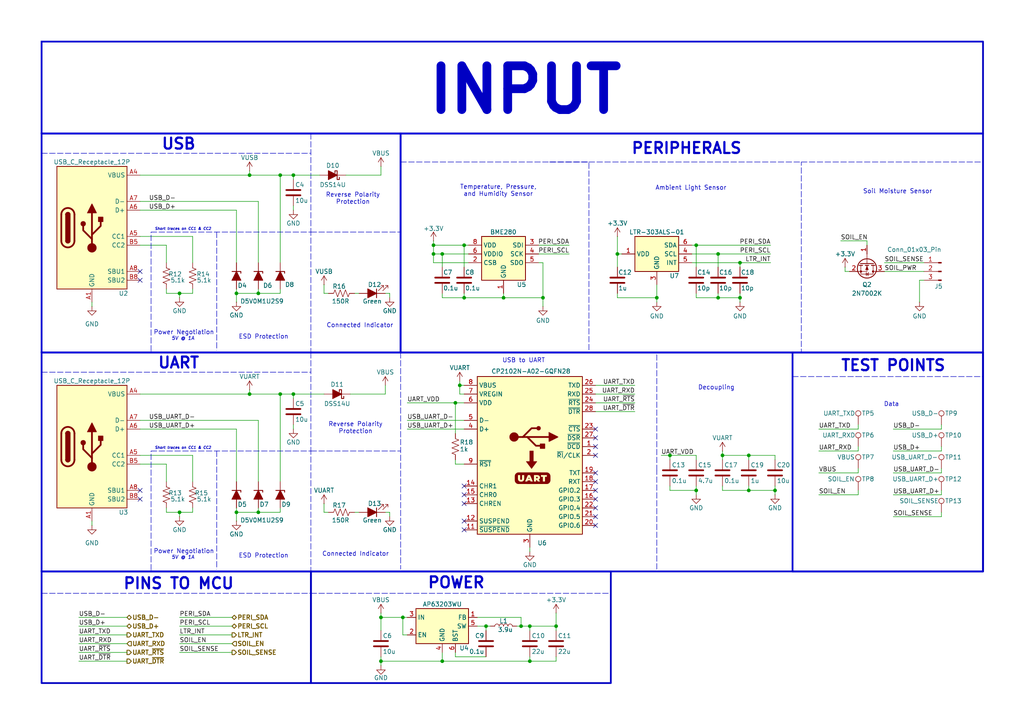
<source format=kicad_sch>
(kicad_sch (version 20231120) (generator "eeschema") (generator_version "8.0")
  (paper "A4")
  (lib_symbols
    (symbol "Connector:Conn_01x03_Pin" (pin_names (offset 1.016) hide)
      (property "Reference" "J" (at 0 5.08 0))
      (property "Value" "Conn_01x03_Pin" (at 0 -5.08 0))
      (symbol "Conn_01x03_Pin_1_1"
        (pin passive line (at 5.08 2.54 180) (length 3.81) (name "Pin_1") (number "1"))
        (pin passive line (at 5.08 0 180) (length 3.81) (name "Pin_2") (number "2"))
        (pin passive line (at 5.08 -2.54 180) (length 3.81) (name "Pin_3") (number "3"))
      )
    )
    (symbol "Connector:TestPoint" (pin_numbers hide) (pin_names (offset 0.762) hide)
      (property "Reference" "TP" (at 0 6.858 0))
      (property "Value" "TestPoint" (at 0 5.08 0))
      (symbol "TestPoint_1_1"
        (pin passive line (at 0 0 90) (length 2.54) (name "1") (number "1"))
      )
    )
    (symbol "Device:C" (pin_numbers hide) (pin_names (offset 0.254))
      (property "Reference" "C" (at 0.635 2.54 0))
      (property "Value" "C" (at 0.635 -2.54 0))
      (symbol "C_1_1"
        (pin passive line (at 0 3.81 270) (length 2.794) (name "~") (number "1"))
        (pin passive line (at 0 -3.81 90) (length 2.794) (name "~") (number "2"))
      )
    )
    (symbol "Device:D_Schottky_Filled" (pin_numbers hide) (pin_names (offset 1.016) hide)
      (property "Reference" "D" (at 0 2.54 0))
      (property "Value" "D_Schottky_Filled" (at 0 -2.54 0))
      (symbol "D_Schottky_Filled_1_1"
        (pin passive line (at -3.81 0 0) (length 2.54) (name "K") (number "1"))
        (pin passive line (at 3.81 0 180) (length 2.54) (name "A") (number "2"))
      )
    )
    (symbol "Device:D_Zener_Filled" (pin_numbers hide) (pin_names (offset 1.016) hide)
      (property "Reference" "D" (at 0 2.54 0))
      (property "Value" "D_Zener_Filled" (at 0 -2.54 0))
      (symbol "D_Zener_Filled_1_1"
        (pin passive line (at -3.81 0 0) (length 2.54) (name "K") (number "1"))
        (pin passive line (at 3.81 0 180) (length 2.54) (name "A") (number "2"))
      )
    )
    (symbol "Device:L" (pin_numbers hide) (pin_names (offset 1.016) hide)
      (property "Reference" "L" (at -1.27 0 90))
      (property "Value" "L" (at 1.905 0 90))
      (symbol "L_1_1"
        (pin passive line (at 0 3.81 270) (length 1.27) (name "1") (number "1"))
        (pin passive line (at 0 -3.81 90) (length 1.27) (name "2") (number "2"))
      )
    )
    (symbol "Device:LED_Filled" (pin_numbers hide) (pin_names (offset 1.016) hide)
      (property "Reference" "D" (at 0 2.54 0))
      (property "Value" "LED_Filled" (at 0 -2.54 0))
      (symbol "LED_Filled_1_1"
        (pin passive line (at -3.81 0 0) (length 2.54) (name "K") (number "1"))
        (pin passive line (at 3.81 0 180) (length 2.54) (name "A") (number "2"))
      )
    )
    (symbol "Device:R_US" (pin_numbers hide) (pin_names (offset 0))
      (property "Reference" "R" (at 2.54 0 90))
      (property "Value" "R_US" (at -2.54 0 90))
      (symbol "R_US_1_1"
        (pin passive line (at 0 3.81 270) (length 1.27) (name "~") (number "1"))
        (pin passive line (at 0 -3.81 90) (length 1.27) (name "~") (number "2"))
      )
    )
    (symbol "Interface_USB:CP2102N-Axx-xQFN28"
      (property "Reference" "U6" (at 2.1941 -25.4 0))
      (property "Value" "CP2102N-A02-GQFN28" (at -11.176 24.384 0))
      (symbol "CP2102N-Axx-xQFN28_1_1"
        (pin input line (at 19.05 2.54 180) (length 3.81) (name "~{DCD}") (number "1"))
        (pin no_connect line (at -3.81 -26.67 90) (length 3.81) hide (name "NC") (number "10"))
        (pin output line (at -19.05 -21.59 0) (length 3.81) (name "~{SUSPEND}") (number "11"))
        (pin output line (at -19.05 -19.05 0) (length 3.81) (name "SUSPEND") (number "12"))
        (pin output line (at -19.05 -13.97 0) (length 3.81) (name "CHREN") (number "13"))
        (pin output line (at -19.05 -8.89 0) (length 3.81) (name "CHR1") (number "14"))
        (pin output line (at -19.05 -11.43 0) (length 3.81) (name "CHR0") (number "15"))
        (pin bidirectional line (at 19.05 -12.7 180) (length 3.81) (name "GPIO.3") (number "16"))
        (pin bidirectional line (at 19.05 -10.16 180) (length 3.81) (name "GPIO.2") (number "17"))
        (pin bidirectional line (at 19.05 -7.62 180) (length 3.81) (name "RXT") (number "18"))
        (pin bidirectional line (at 19.05 -5.08 180) (length 3.81) (name "TXT") (number "19"))
        (pin bidirectional line (at 19.05 0 180) (length 3.81) (name "~{RI}/CLK") (number "2"))
        (pin bidirectional line (at 19.05 -20.32 180) (length 3.81) (name "GPIO.6") (number "20"))
        (pin bidirectional line (at 19.05 -17.78 180) (length 3.81) (name "GPIO.5") (number "21"))
        (pin bidirectional line (at 19.05 -15.24 180) (length 3.81) (name "GPIO.4") (number "22"))
        (pin input line (at 19.05 7.62 180) (length 3.81) (name "~{CTS}") (number "23"))
        (pin output line (at 19.05 15.24 180) (length 3.81) (name "~{RTS}") (number "24"))
        (pin input line (at 19.05 17.78 180) (length 3.81) (name "RXD") (number "25"))
        (pin output line (at 19.05 20.32 180) (length 3.81) (name "TXD") (number "26"))
        (pin input line (at 19.05 5.08 180) (length 3.81) (name "~{DSR}") (number "27"))
        (pin output line (at 19.05 12.7 180) (length 3.81) (name "~{DTR}") (number "28"))
        (pin passive line (at 0 -26.67 90) (length 3.81) hide (name "GND") (number "29"))
        (pin power_in line (at 0 -26.67 90) (length 3.81) (name "GND") (number "3"))
        (pin bidirectional line (at -19.05 7.62 0) (length 3.81) (name "D+") (number "4"))
        (pin bidirectional line (at -19.05 10.16 0) (length 3.81) (name "D-") (number "5"))
        (pin power_out line (at -19.05 15.24 0) (length 3.81) (name "VDD") (number "6"))
        (pin power_in line (at -19.05 17.78 0) (length 3.81) (name "VREGIN") (number "7"))
        (pin input line (at -19.05 20.32 0) (length 3.81) (name "VBUS") (number "8"))
        (pin input line (at -19.05 -2.54 0) (length 3.81) (name "~{RST}") (number "9"))
      )
    )
    (symbol "Regulator_Switching:AP63203WU"
      (property "Reference" "U2" (at 0 10.16 0))
      (property "Value" "AP63203WU" (at 0 7.62 0))
      (symbol "AP63203WU_1_1"
        (pin input line (at 10.16 2.54 180) (length 2.54) (name "FB") (number "1"))
        (pin input line (at -10.16 -2.54 0) (length 2.54) (name "EN") (number "2"))
        (pin power_in line (at -10.16 2.54 0) (length 2.54) (name "IN") (number "3"))
        (pin power_in line (at 0 -7.62 90) (length 2.54) (name "GND") (number "4"))
        (pin output line (at 10.16 0 180) (length 2.54) (name "SW") (number "5"))
        (pin passive line (at 3.81 -7.62 90) (length 2.54) (name "BST") (number "6"))
      )
    )
    (symbol "Sensor:BME280"
      (property "Reference" "U5" (at 6.604 -7.62 0))
      (property "Value" "BME280" (at 3.81 7.366 0))
      (symbol "BME280_1_1"
        (pin power_in line (at 0 -10.16 90) (length 3.81) (name "GND") (number "1"))
        (pin input line (at -10.16 -1.27 0) (length 3.81) (name "CSB") (number "2"))
        (pin bidirectional line (at 10.16 3.81 180) (length 3.81) (name "SDI") (number "3"))
        (pin input line (at 10.16 1.27 180) (length 3.81) (name "SCK") (number "4"))
        (pin bidirectional line (at 10.16 -1.27 180) (length 3.81) (name "SDO") (number "5"))
        (pin power_in line (at -10.16 1.27 0) (length 3.81) (name "VDDIO") (number "6"))
        (pin power_in line (at 0 -10.16 90) (length 3.81) hide (name "GND") (number "7"))
        (pin power_in line (at -10.16 3.81 0) (length 3.81) (name "VDD") (number "8"))
      )
    )
    (symbol "Sensor_Optical:LTR-303ALS-01"
      (property "Reference" "U7" (at 5.08 -6.35 0))
      (property "Value" "LTR-303ALS-01" (at 0 6.35 0))
      (symbol "LTR-303ALS-01_1_1"
        (pin power_in line (at -10.16 0 0) (length 3.81) (name "VDD") (number "1"))
        (pin no_connect line (at -10.16 -2.54 0) (length 3.81) hide (name "NC") (number "2"))
        (pin power_in line (at 0 -8.89 90) (length 3.81) (name "GND") (number "3"))
        (pin input line (at 10.16 0 180) (length 3.81) (name "SCL") (number "4"))
        (pin open_collector line (at 10.16 -2.54 180) (length 3.81) (name "INT") (number "5"))
        (pin bidirectional line (at 10.16 2.54 180) (length 3.81) (name "SDA") (number "6"))
      )
    )
    (symbol "Transistor_FET:2N7002K" (pin_names hide)
      (property "Reference" "Q" (at 5.08 1.905 0))
      (property "Value" "2N7002K" (at 5.08 0 0))
      (symbol "2N7002K_1_1"
        (pin input line (at -5.08 0 0) (length 2.54) (name "G") (number "1"))
        (pin passive line (at 2.54 -5.08 90) (length 2.54) (name "S") (number "2"))
        (pin passive line (at 2.54 5.08 270) (length 2.54) (name "D") (number "3"))
      )
    )
    (symbol "USB_C_Receptacle_12P_1"
      (property "Reference" "U3" (at 9.144 -19.05 0))
      (property "Value" "USB_C_Receptacle_12P" (at 0 19.05 0))
      (symbol "USB_C_Receptacle_12P_1_1_1"
        (pin power_in line (at 0 -21.59 90) (length 3.81) (name "GND") (number "A1"))
        (pin power_out line (at 13.97 15.24 180) (length 3.81) (name "VBUS") (number "A4"))
        (pin bidirectional line (at 13.97 -2.54 180) (length 3.81) (name "CC1") (number "A5"))
        (pin bidirectional line (at 13.97 5.08 180) (length 3.81) (name "D+") (number "A6"))
        (pin bidirectional line (at 13.97 7.62 180) (length 3.81) (name "D-") (number "A7"))
        (pin bidirectional line (at 13.97 -12.7 180) (length 3.81) (name "SBU1") (number "A8"))
        (pin power_in line (at 0 -21.59 90) (length 3.81) hide (name "GND") (number "B1"))
        (pin power_out line (at 13.97 15.24 180) (length 3.81) hide (name "VBUS") (number "B4"))
        (pin bidirectional line (at 13.97 -5.08 180) (length 3.81) (name "CC2") (number "B5"))
        (pin bidirectional line (at 13.97 5.08 180) (length 3.81) hide (name "D+") (number "B6"))
        (pin bidirectional line (at 13.97 7.62 180) (length 3.81) hide (name "D-") (number "B7"))
        (pin bidirectional line (at 13.97 -15.24 180) (length 3.81) (name "SBU2") (number "B8"))
        (pin power_in line (at 0 -21.59 90) (length 3.81) hide (name "SHIELD") (number "S1"))
      )
    )
    (symbol "power:+3.3V" (power) (pin_numbers hide) (pin_names (offset 0) hide)
      (property "Value" "+3.3V" (at 0 3.556 0))
      (symbol "+3.3V_1_1"
        (pin power_in line (at 0 0 90) (length 0) (name "~") (number "1"))
      )
    )
    (symbol "power:GND" (power) (pin_numbers hide) (pin_names (offset 0) hide)
      (property "Value" "GND" (at 0 -3.81 0))
      (symbol "GND_1_1"
        (pin power_in line (at 0 0 270) (length 0) (name "~") (number "1"))
      )
    )
    (symbol "power:VAA" (power) (pin_numbers hide) (pin_names (offset 0) hide)
      (property "Value" "VAA" (at 0 3.556 0))
      (symbol "VAA_1_1"
        (pin power_in line (at 0 0 90) (length 0) (name "~") (number "1"))
      )
    )
  )
  (junction (at 133.35 111.76))
  (junction (at 161.29 181.61))
  (junction (at 214.63 76.2))
  (junction (at 190.5 86.36))
  (junction (at 140.97 181.61))
  (junction (at 85.09 114.3))
  (junction (at 134.62 86.36))
  (junction (at 153.67 191.77))
  (junction (at 208.28 86.36))
  (junction (at 128.27 73.66))
  (junction (at 208.28 73.66))
  (junction (at 128.27 191.77))
  (junction (at 209.55 132.08))
  (junction (at 110.49 191.77))
  (junction (at 125.73 73.66))
  (junction (at 201.93 142.24))
  (junction (at 157.48 86.36))
  (junction (at 179.07 73.66))
  (junction (at 125.73 71.12))
  (junction (at 72.39 50.8))
  (junction (at 52.07 148.59))
  (junction (at 132.08 116.84))
  (junction (at 224.79 142.24))
  (junction (at 68.58 148.59))
  (junction (at 153.67 181.61))
  (junction (at 74.93 148.59))
  (junction (at 201.93 71.12))
  (junction (at 134.62 71.12))
  (junction (at 72.39 114.3))
  (junction (at 151.13 181.61))
  (junction (at 146.05 86.36))
  (junction (at 74.93 85.09))
  (junction (at 194.31 132.08))
  (junction (at 214.63 86.36))
  (junction (at 52.07 85.09))
  (junction (at 217.17 142.24))
  (junction (at 81.28 114.3))
  (junction (at 85.09 50.8))
  (junction (at 110.49 179.07))
  (junction (at 116.84 179.07))
  (junction (at 68.58 85.09))
  (junction (at 217.17 132.08))
  (junction (at 81.28 50.8))
  (no_connect (at 172.72 142.24))
  (no_connect (at 172.72 132.08))
  (no_connect (at 172.72 147.32))
  (no_connect (at 134.62 143.51))
  (no_connect (at 40.64 144.78))
  (no_connect (at 134.62 153.67))
  (no_connect (at 172.72 124.46))
  (no_connect (at 172.72 144.78))
  (no_connect (at 172.72 127))
  (no_connect (at 172.72 129.54))
  (no_connect (at 40.64 81.28))
  (no_connect (at 134.62 151.13))
  (no_connect (at 172.72 139.7))
  (no_connect (at 134.62 140.97))
  (no_connect (at 40.64 142.24))
  (no_connect (at 40.64 78.74))
  (no_connect (at 172.72 152.4))
  (no_connect (at 134.62 146.05))
  (no_connect (at 172.72 149.86))
  (no_connect (at 172.72 137.16))
  (wire (pts (xy 68.58 85.09) (xy 68.58 87.63)))
  (wire (pts (xy 266.7 87.63) (xy 266.7 81.28)))
  (wire (pts (xy 200.66 71.12) (xy 201.93 71.12)))
  (wire (pts (xy 22.86 179.07) (xy 36.83 179.07)))
  (wire (pts (xy 208.28 73.66) (xy 208.28 77.47)))
  (wire (pts (xy 52.07 85.09) (xy 52.07 86.36)))
  (wire (pts (xy 132.08 116.84) (xy 132.08 125.73)))
  (wire (pts (xy 55.88 68.58) (xy 40.64 68.58)))
  (wire (pts (xy 151.13 181.61) (xy 151.13 179.07)))
  (wire (pts (xy 237.49 124.46) (xy 248.92 124.46)))
  (polyline (pts (xy 90.17 102.235) (xy 90.17 130.81)) (stroke (width 0) (type dash)))
  (wire (pts (xy 48.26 83.82) (xy 48.26 85.09)))
  (wire (pts (xy 125.73 73.66) (xy 125.73 76.2)))
  (wire (pts (xy 52.07 184.15) (xy 67.31 184.15)))
  (wire (pts (xy 22.86 186.69) (xy 36.83 186.69)))
  (wire (pts (xy 102.87 148.59) (xy 104.14 148.59)))
  (wire (pts (xy 190.5 82.55) (xy 190.5 86.36)))
  (wire (pts (xy 273.05 130.81) (xy 273.05 129.54)))
  (wire (pts (xy 153.67 158.75) (xy 153.67 160.02)))
  (wire (pts (xy 259.08 143.51) (xy 273.05 143.51)))
  (wire (pts (xy 74.93 83.82) (xy 74.93 85.09)))
  (wire (pts (xy 161.29 182.88) (xy 161.29 181.61)))
  (wire (pts (xy 125.73 69.85) (xy 125.73 71.12)))
  (wire (pts (xy 209.55 132.08) (xy 209.55 133.35)))
  (wire (pts (xy 179.07 86.36) (xy 190.5 86.36)))
  (wire (pts (xy 201.93 71.12) (xy 223.52 71.12)))
  (wire (pts (xy 201.93 132.08) (xy 201.93 133.35)))
  (wire (pts (xy 172.72 119.38) (xy 184.15 119.38)))
  (wire (pts (xy 81.28 114.3) (xy 81.28 139.7)))
  (wire (pts (xy 172.72 114.3) (xy 184.15 114.3)))
  (wire (pts (xy 48.26 71.12) (xy 48.26 76.2)))
  (wire (pts (xy 256.54 78.74) (xy 267.97 78.74)))
  (wire (pts (xy 74.93 58.42) (xy 40.64 58.42)))
  (wire (pts (xy 217.17 132.08) (xy 217.17 133.35)))
  (wire (pts (xy 194.31 132.08) (xy 201.93 132.08)))
  (wire (pts (xy 74.93 121.92) (xy 40.64 121.92)))
  (wire (pts (xy 116.84 184.15) (xy 118.11 184.15)))
  (wire (pts (xy 100.33 50.8) (xy 110.49 50.8)))
  (wire (pts (xy 128.27 86.36) (xy 128.27 85.09)))
  (wire (pts (xy 118.11 116.84) (xy 132.08 116.84)))
  (wire (pts (xy 134.62 86.36) (xy 146.05 86.36)))
  (wire (pts (xy 214.63 76.2) (xy 223.52 76.2)))
  (wire (pts (xy 68.58 147.32) (xy 68.58 148.59)))
  (wire (pts (xy 243.84 69.85) (xy 251.46 69.85)))
  (wire (pts (xy 52.07 85.09) (xy 55.88 85.09)))
  (wire (pts (xy 194.31 142.24) (xy 194.31 140.97)))
  (polyline (pts (xy 62.865 67.31) (xy 62.865 101.6)) (stroke (width 0) (type dash)))
  (wire (pts (xy 93.98 146.05) (xy 93.98 148.59)))
  (wire (pts (xy 273.05 137.16) (xy 273.05 135.89)))
  (polyline (pts (xy 90.17 67.31) (xy 116.205 67.31)) (stroke (width 0) (type dash)))
  (wire (pts (xy 134.62 134.62) (xy 132.08 134.62)))
  (wire (pts (xy 52.07 189.23) (xy 67.31 189.23)))
  (wire (pts (xy 74.93 148.59) (xy 81.28 148.59)))
  (wire (pts (xy 256.54 76.2) (xy 267.97 76.2)))
  (wire (pts (xy 190.5 87.63) (xy 190.5 86.36)))
  (wire (pts (xy 68.58 124.46) (xy 40.64 124.46)))
  (wire (pts (xy 149.86 181.61) (xy 151.13 181.61)))
  (wire (pts (xy 132.08 134.62) (xy 132.08 133.35)))
  (wire (pts (xy 118.11 121.92) (xy 134.62 121.92)))
  (wire (pts (xy 157.48 86.36) (xy 146.05 86.36)))
  (wire (pts (xy 153.67 191.77) (xy 161.29 191.77)))
  (polyline (pts (xy 90.17 130.81) (xy 116.205 130.81)) (stroke (width 0) (type dash)))
  (wire (pts (xy 248.92 130.81) (xy 248.92 129.54)))
  (wire (pts (xy 68.58 148.59) (xy 74.93 148.59)))
  (wire (pts (xy 146.05 85.09) (xy 146.05 86.36)))
  (wire (pts (xy 132.08 190.5) (xy 140.97 190.5)))
  (wire (pts (xy 214.63 86.36) (xy 208.28 86.36)))
  (wire (pts (xy 179.07 85.09) (xy 179.07 86.36)))
  (wire (pts (xy 110.49 50.8) (xy 110.49 48.26)))
  (polyline (pts (xy 90.17 38.735) (xy 90.17 67.31)) (stroke (width 0) (type dash)))
  (wire (pts (xy 134.62 85.09) (xy 134.62 86.36)))
  (wire (pts (xy 224.79 133.35) (xy 224.79 132.08)))
  (wire (pts (xy 128.27 189.23) (xy 128.27 191.77)))
  (wire (pts (xy 55.88 148.59) (xy 55.88 147.32)))
  (wire (pts (xy 138.43 179.07) (xy 151.13 179.07)))
  (wire (pts (xy 40.64 71.12) (xy 48.26 71.12)))
  (wire (pts (xy 125.73 71.12) (xy 125.73 73.66)))
  (wire (pts (xy 48.26 85.09) (xy 52.07 85.09)))
  (wire (pts (xy 214.63 86.36) (xy 214.63 85.09)))
  (wire (pts (xy 81.28 114.3) (xy 85.09 114.3)))
  (wire (pts (xy 52.07 181.61) (xy 67.31 181.61)))
  (wire (pts (xy 156.21 71.12) (xy 165.1 71.12)))
  (wire (pts (xy 194.31 132.08) (xy 194.31 133.35)))
  (wire (pts (xy 74.93 121.92) (xy 74.93 139.7)))
  (wire (pts (xy 68.58 85.09) (xy 74.93 85.09)))
  (wire (pts (xy 133.35 111.76) (xy 134.62 111.76)))
  (wire (pts (xy 128.27 191.77) (xy 153.67 191.77)))
  (wire (pts (xy 217.17 142.24) (xy 224.79 142.24)))
  (polyline (pts (xy 12.065 172.085) (xy 90.17 172.085)) (stroke (width 0) (type dash)))
  (wire (pts (xy 81.28 50.8) (xy 85.09 50.8)))
  (wire (pts (xy 125.73 76.2) (xy 135.89 76.2)))
  (wire (pts (xy 179.07 68.58) (xy 179.07 73.66)))
  (wire (pts (xy 85.09 50.8) (xy 92.71 50.8)))
  (wire (pts (xy 52.07 148.59) (xy 55.88 148.59)))
  (wire (pts (xy 208.28 85.09) (xy 208.28 86.36)))
  (wire (pts (xy 48.26 147.32) (xy 48.26 148.59)))
  (wire (pts (xy 110.49 182.88) (xy 110.49 179.07)))
  (wire (pts (xy 201.93 71.12) (xy 201.93 77.47)))
  (wire (pts (xy 68.58 83.82) (xy 68.58 85.09)))
  (wire (pts (xy 116.84 179.07) (xy 116.84 184.15)))
  (wire (pts (xy 118.11 179.07) (xy 116.84 179.07)))
  (wire (pts (xy 128.27 73.66) (xy 135.89 73.66)))
  (wire (pts (xy 72.39 49.53) (xy 72.39 50.8)))
  (wire (pts (xy 201.93 142.24) (xy 201.93 143.51)))
  (wire (pts (xy 179.07 73.66) (xy 180.34 73.66)))
  (wire (pts (xy 113.03 86.36) (xy 113.03 85.09)))
  (wire (pts (xy 248.92 137.16) (xy 248.92 135.89)))
  (wire (pts (xy 138.43 181.61) (xy 140.97 181.61)))
  (wire (pts (xy 22.86 189.23) (xy 36.83 189.23)))
  (wire (pts (xy 273.05 149.86) (xy 273.05 148.59)))
  (wire (pts (xy 102.87 85.09) (xy 104.14 85.09)))
  (wire (pts (xy 40.64 114.3) (xy 72.39 114.3)))
  (wire (pts (xy 259.08 130.81) (xy 273.05 130.81)))
  (wire (pts (xy 156.21 73.66) (xy 165.1 73.66)))
  (wire (pts (xy 85.09 114.3) (xy 93.98 114.3)))
  (wire (pts (xy 52.07 179.07) (xy 67.31 179.07)))
  (wire (pts (xy 26.67 151.13) (xy 26.67 152.4)))
  (wire (pts (xy 52.07 186.69) (xy 67.31 186.69)))
  (wire (pts (xy 72.39 114.3) (xy 81.28 114.3)))
  (polyline (pts (xy 12.065 44.45) (xy 90.17 44.45)) (stroke (width 0) (type dash)))
  (wire (pts (xy 157.48 76.2) (xy 156.21 76.2)))
  (wire (pts (xy 161.29 177.8) (xy 161.29 181.61)))
  (wire (pts (xy 52.07 148.59) (xy 52.07 149.86)))
  (wire (pts (xy 48.26 134.62) (xy 48.26 139.7)))
  (wire (pts (xy 132.08 190.5) (xy 132.08 189.23)))
  (wire (pts (xy 248.92 124.46) (xy 248.92 123.19)))
  (wire (pts (xy 245.11 77.47) (xy 245.11 78.74)))
  (wire (pts (xy 55.88 132.08) (xy 55.88 139.7)))
  (wire (pts (xy 140.97 181.61) (xy 142.24 181.61)))
  (wire (pts (xy 133.35 114.3) (xy 134.62 114.3)))
  (wire (pts (xy 48.26 148.59) (xy 52.07 148.59)))
  (wire (pts (xy 179.07 73.66) (xy 179.07 77.47)))
  (wire (pts (xy 134.62 71.12) (xy 135.89 71.12)))
  (wire (pts (xy 224.79 142.24) (xy 224.79 143.51)))
  (wire (pts (xy 153.67 191.77) (xy 153.67 190.5)))
  (wire (pts (xy 224.79 142.24) (xy 224.79 140.97)))
  (wire (pts (xy 133.35 111.76) (xy 133.35 114.3)))
  (wire (pts (xy 22.86 191.77) (xy 36.83 191.77)))
  (wire (pts (xy 191.77 132.08) (xy 194.31 132.08)))
  (wire (pts (xy 81.28 83.82) (xy 81.28 85.09)))
  (wire (pts (xy 259.08 149.86) (xy 273.05 149.86)))
  (wire (pts (xy 68.58 148.59) (xy 68.58 151.13)))
  (polyline (pts (xy 12.065 107.95) (xy 90.17 107.95)) (stroke (width 0) (type dash)))
  (wire (pts (xy 237.49 130.81) (xy 248.92 130.81)))
  (wire (pts (xy 157.48 76.2) (xy 157.48 86.36)))
  (wire (pts (xy 237.49 137.16) (xy 248.92 137.16)))
  (wire (pts (xy 93.98 82.55) (xy 93.98 85.09)))
  (wire (pts (xy 72.39 113.03) (xy 72.39 114.3)))
  (wire (pts (xy 151.13 181.61) (xy 153.67 181.61)))
  (wire (pts (xy 68.58 124.46) (xy 68.58 139.7)))
  (polyline (pts (xy 62.865 130.81) (xy 62.865 165.1)) (stroke (width 0) (type dash)))
  (wire (pts (xy 128.27 191.77) (xy 110.49 191.77)))
  (wire (pts (xy 85.09 59.69) (xy 85.09 60.96)))
  (wire (pts (xy 55.88 132.08) (xy 40.64 132.08)))
  (polyline (pts (xy 190.5 165.1) (xy 190.5 136.525)) (stroke (width 0) (type dash)))
  (wire (pts (xy 128.27 73.66) (xy 128.27 77.47)))
  (wire (pts (xy 208.28 86.36) (xy 201.93 86.36)))
  (wire (pts (xy 110.49 191.77) (xy 110.49 193.04)))
  (wire (pts (xy 209.55 132.08) (xy 217.17 132.08)))
  (wire (pts (xy 209.55 130.81) (xy 209.55 132.08)))
  (wire (pts (xy 113.03 149.86) (xy 113.03 148.59)))
  (wire (pts (xy 153.67 181.61) (xy 161.29 181.61)))
  (wire (pts (xy 128.27 86.36) (xy 134.62 86.36)))
  (wire (pts (xy 201.93 140.97) (xy 201.93 142.24)))
  (wire (pts (xy 273.05 143.51) (xy 273.05 142.24)))
  (polyline (pts (xy 248.285 109.22) (xy 285.115 109.22)) (stroke (width 0) (type dash)))
  (wire (pts (xy 209.55 142.24) (xy 209.55 140.97)))
  (wire (pts (xy 132.08 116.84) (xy 134.62 116.84)))
  (wire (pts (xy 101.6 114.3) (xy 111.76 114.3)))
  (wire (pts (xy 208.28 73.66) (xy 223.52 73.66)))
  (wire (pts (xy 118.11 124.46) (xy 134.62 124.46)))
  (wire (pts (xy 93.98 85.09) (xy 95.25 85.09)))
  (wire (pts (xy 72.39 50.8) (xy 81.28 50.8)))
  (wire (pts (xy 200.66 73.66) (xy 208.28 73.66)))
  (wire (pts (xy 161.29 191.77) (xy 161.29 190.5)))
  (wire (pts (xy 81.28 147.32) (xy 81.28 148.59)))
  (wire (pts (xy 214.63 86.36) (xy 214.63 87.63)))
  (wire (pts (xy 251.46 69.85) (xy 251.46 71.12)))
  (wire (pts (xy 113.03 85.09) (xy 111.76 85.09)))
  (wire (pts (xy 201.93 142.24) (xy 194.31 142.24)))
  (wire (pts (xy 134.62 71.12) (xy 134.62 77.47)))
  (wire (pts (xy 110.49 177.8) (xy 110.49 179.07)))
  (wire (pts (xy 217.17 142.24) (xy 209.55 142.24)))
  (wire (pts (xy 113.03 148.59) (xy 111.76 148.59)))
  (wire (pts (xy 74.93 147.32) (xy 74.93 148.59)))
  (wire (pts (xy 259.08 137.16) (xy 273.05 137.16)))
  (wire (pts (xy 125.73 73.66) (xy 128.27 73.66)))
  (wire (pts (xy 85.09 114.3) (xy 85.09 115.57)))
  (wire (pts (xy 140.97 181.61) (xy 140.97 182.88)))
  (wire (pts (xy 153.67 182.88) (xy 153.67 181.61)))
  (wire (pts (xy 125.73 71.12) (xy 134.62 71.12)))
  (polyline (pts (xy 190.5 136.525) (xy 190.5 102.235)) (stroke (width 0) (type dash)))
  (wire (pts (xy 81.28 50.8) (xy 81.28 76.2)))
  (wire (pts (xy 85.09 50.8) (xy 85.09 52.07)))
  (wire (pts (xy 259.08 124.46) (xy 273.05 124.46)))
  (wire (pts (xy 172.72 116.84) (xy 184.15 116.84)))
  (polyline (pts (xy 116.205 102.235) (xy 116.205 165.1)) (stroke (width 0) (type dash)))
  (wire (pts (xy 172.72 111.76) (xy 184.15 111.76)))
  (wire (pts (xy 40.64 134.62) (xy 48.26 134.62)))
  (wire (pts (xy 217.17 140.97) (xy 217.17 142.24)))
  (wire (pts (xy 40.64 50.8) (xy 72.39 50.8)))
  (wire (pts (xy 214.63 76.2) (xy 214.63 77.47)))
  (wire (pts (xy 110.49 191.77) (xy 110.49 190.5)))
  (wire (pts (xy 74.93 58.42) (xy 74.93 76.2)))
  (wire (pts (xy 68.58 60.96) (xy 40.64 60.96)))
  (wire (pts (xy 201.93 86.36) (xy 201.93 85.09)))
  (polyline (pts (xy 90.17 172.085) (xy 177.165 172.085)) (stroke (width 0) (type dash)))
  (polyline (pts (xy 159.385 46.99) (xy 232.41 46.99)) (stroke (width 0) (type dash)))
  (wire (pts (xy 74.93 85.09) (xy 81.28 85.09)))
  (wire (pts (xy 68.58 60.96) (xy 68.58 76.2)))
  (wire (pts (xy 111.76 114.3) (xy 111.76 111.76)))
  (wire (pts (xy 237.49 143.51) (xy 248.92 143.51)))
  (wire (pts (xy 157.48 86.36) (xy 157.48 88.9)))
  (wire (pts (xy 273.05 124.46) (xy 273.05 123.19)))
  (wire (pts (xy 200.66 76.2) (xy 214.63 76.2)))
  (wire (pts (xy 85.09 123.19) (xy 85.09 124.46)))
  (wire (pts (xy 55.88 85.09) (xy 55.88 83.82)))
  (wire (pts (xy 133.35 110.49) (xy 133.35 111.76)))
  (wire (pts (xy 110.49 179.07) (xy 116.84 179.07)))
  (wire (pts (xy 248.92 143.51) (xy 248.92 142.24)))
  (polyline (pts (xy 229.87 109.22) (xy 248.285 109.22)) (stroke (width 0) (type dash)))
  (polyline (pts (xy 116.205 38.735) (xy 116.205 102.235)) (stroke (width 0) (type dash)))
  (wire (pts (xy 246.38 78.74) (xy 245.11 78.74)))
  (wire (pts (xy 22.86 181.61) (xy 36.83 181.61)))
  (wire (pts (xy 217.17 132.08) (xy 224.79 132.08)))
  (wire (pts (xy 22.86 184.15) (xy 36.83 184.15)))
  (wire (pts (xy 55.88 68.58) (xy 55.88 76.2)))
  (wire (pts (xy 266.7 81.28) (xy 267.97 81.28)))
  (wire (pts (xy 93.98 148.59) (xy 95.25 148.59)))
  (wire (pts (xy 26.67 87.63) (xy 26.67 88.9)))
  (rectangle (start 43.815 130.81) (end 90.17 165.735) (stroke (width 0) (type dash)))
  (rectangle (start 12.065 12.065) (end 285.115 38.735) (stroke (width 0.508)))
  (rectangle (start 12.065 102.235) (end 285.115 165.735) (stroke (width 0.508)))
  (rectangle (start 229.87 102.235) (end 285.115 165.735) (stroke (width 0.508)))
  (rectangle (start 90.17 165.735) (end 177.165 198.12) (stroke (width 0.508)))
  (rectangle (start 12.065 165.735) (end 90.17 198.12) (stroke (width 0.508)))
  (rectangle (start 116.205 46.99) (end 170.815 102.235) (stroke (width 0) (type dash)))
  (rectangle (start 43.815 67.31) (end 90.17 102.235) (stroke (width 0) (type dash)))
  (rectangle (start 232.41 46.99) (end 285.115 102.235) (stroke (width 0) (type dash)))
  (rectangle (start 12.065 38.735) (end 116.205 102.235) (stroke (width 0.508)))
  (rectangle (start 116.205 38.735) (end 285.115 102.235) (stroke (width 0.508)))
  (text "Power Negotiation" (at 53.34 96.52 0) (effects (font (size 1.27 1.27))))
  (text "Short traces on CC1 & CC2" (at 53.086 130.048 0) (effects (font (size 0.762 0.762) (italic yes))))
  (text "INPUT" (at 152.4 26.289 0) (effects (font (size 12.7 12.7) (thickness 2.54) (bold yes))))
  (text "USB" (at 51.816 41.91 0) (effects (font (size 3.175 3.175) (thickness 0.635) (bold yes))))
  (text "Ambient Light Sensor" (at 200.406 54.61 0) (effects (font (size 1.27 1.27))))
  (text "Short traces on CC1 & CC2" (at 53.086 66.548 0) (effects (font (size 0.762 0.762) (italic yes))))
  (text "USB to UART" (at 151.892 104.648 0) (effects (font (size 1.27 1.27))))
  (text "Connected Indicator" (at 104.394 94.488 0) (effects (font (size 1.27 1.27))))
  (text "POWER" (at 132.334 169.164 0) (effects (font (size 3.175 3.175) (thickness 0.635) (bold yes))))
  (text "Reverse Polarity\nProtection" (at 103.124 124.206 0) (effects (font (size 1.27 1.27))))
  (text "Decoupling" (at 207.772 112.522 0) (effects (font (size 1.27 1.27))))
  (text "Soil Moisture Sensor" (at 260.35 55.626 0) (effects (font (size 1.27 1.27))))
  (text "PERIPHERALS" (at 199.136 43.18 0) (effects (font (size 3.175 3.175) (thickness 0.635) (bold yes))))
  (text "5V @ 1A" (at 53.086 98.298 0) (effects (font (size 1.016 1.016) (italic yes))))
  (text "TEST POINTS" (at 259.08 106.172 0) (effects (font (size 3.175 3.175) (thickness 0.635) (bold yes))))
  (text "ESD Protection" (at 76.454 97.79 0) (effects (font (size 1.27 1.27))))
  (text "Reverse Polarity\nProtection" (at 102.362 57.658 0) (effects (font (size 1.27 1.27))))
  (text "5V @ 1A" (at 53.086 161.798 0) (effects (font (size 1.016 1.016) (italic yes))))
  (text "Connected Indicator" (at 103.124 160.782 0) (effects (font (size 1.27 1.27))))
  (text "Data" (at 258.572 117.348 0) (effects (font (size 1.27 1.27))))
  (text "Temperature, Pressure,\nand Humidity Sensor" (at 144.526 55.372 0) (effects (font (size 1.27 1.27))))
  (text "PINS TO MCU" (at 51.816 169.418 0) (effects (font (size 3.175 3.175) (thickness 0.635) (bold yes))))
  (text "Power Negotiation" (at 53.34 160.02 0) (effects (font (size 1.27 1.27))))
  (text "UART" (at 51.816 105.41 0) (effects (font (size 3.175 3.175) (thickness 0.635) (bold yes))))
  (text "ESD Protection" (at 76.454 161.29 0) (effects (font (size 1.27 1.27))))
  (label "SOIL_EN" (at 237.49 143.51 0))
  (label "UART_TXD" (at 237.49 124.46 0))
  (label "USB_D+" (at 43.18 60.96 0))
  (label "UART_RXD" (at 22.86 186.69 0))
  (label "USB_UART_D-" (at 259.08 137.16 0))
  (label "UART_VDD" (at 118.11 116.84 0))
  (label "UART_~{DTR}" (at 184.15 119.38 180))
  (label "PERI_SDA" (at 223.52 71.12 180))
  (label "USB_D+" (at 22.86 181.61 0))
  (label "USB_D-" (at 22.86 179.07 0))
  (label "PERI_SDA" (at 165.1 71.12 180))
  (label "USB_D-" (at 259.08 124.46 0))
  (label "USB_UART_D-" (at 43.18 121.92 0))
  (label "USB_UART_D+" (at 259.08 143.51 0))
  (label "SOIL_SENSE" (at 259.08 149.86 0))
  (label "UART_RXD" (at 237.49 130.81 0))
  (label "SOIL_SENSE" (at 52.07 189.23 0))
  (label "USB_D-" (at 43.18 58.42 0))
  (label "PERI_SCL" (at 223.52 73.66 180))
  (label "SOIL_EN" (at 52.07 186.69 0))
  (label "USB_UART_D+" (at 118.11 124.46 0))
  (label "UART_TXD" (at 184.15 111.76 180))
  (label "PERI_SCL" (at 165.1 73.66 180))
  (label "USB_D+" (at 259.08 130.81 0))
  (label "VBUS" (at 237.49 137.16 0))
  (label "PERI_SCL" (at 52.07 181.61 0))
  (label "USB_UART_D-" (at 118.11 121.92 0))
  (label "UART_~{DTR}" (at 22.86 191.77 0))
  (label "UART_~{RTS}" (at 22.86 189.23 0))
  (label "SOIL_PWR" (at 256.54 78.74 0))
  (label "PERI_SDA" (at 52.07 179.07 0))
  (label "USB_UART_D+" (at 43.18 124.46 0))
  (label "UART_~{RTS}" (at 184.15 116.84 180))
  (label "UART_RXD" (at 184.15 114.3 180))
  (label "LTR_INT" (at 52.07 184.15 0))
  (label "UART_VDD" (at 191.77 132.08 0))
  (label "UART_TXD" (at 22.86 184.15 0))
  (label "LTR_INT" (at 223.52 76.2 180))
  (label "SOIL_SENSE" (at 256.54 76.2 0))
  (label "SOIL_EN" (at 243.84 69.85 0))
  (hierarchical_label "SOIL_EN" (shape input) (at 67.31 186.69 0) (effects (font (bold yes))))
  (hierarchical_label "SOIL_SENSE" (shape output) (at 67.31 189.23 0) (effects (font (bold yes))))
  (hierarchical_label "PERI_SCL" (shape bidirectional) (at 67.31 181.61 0) (effects (font (bold yes))))
  (hierarchical_label "USB_D-" (shape bidirectional) (at 36.83 179.07 0) (effects (font (bold yes))))
  (hierarchical_label "UART_~{RTS}" (shape output) (at 36.83 189.23 0) (effects (font (thickness 0.254) (bold yes))))
  (hierarchical_label "UART_TXD" (shape output) (at 36.83 184.15 0) (effects (font (thickness 0.254) (bold yes))))
  (hierarchical_label "LTR_INT" (shape output) (at 67.31 184.15 0) (effects (font (bold yes))))
  (hierarchical_label "UART_~{DTR}" (shape output) (at 36.83 191.77 0) (effects (font (thickness 0.254) (bold yes))))
  (hierarchical_label "UART_RXD" (shape input) (at 36.83 186.69 0) (effects (font (thickness 0.254) (bold yes))))
  (hierarchical_label "USB_D+" (shape bidirectional) (at 36.83 181.61 0) (effects (font (bold yes))))
  (hierarchical_label "PERI_SDA" (shape bidirectional) (at 67.31 179.07 0) (effects (font (bold yes))))
  (symbol (lib_id "Connector:TestPoint") (at 273.05 148.59 0) (unit 1)
    (property "Reference" "TP13" (at 274.066 145.288 0) (effects (justify left)))
    (property "Value" "SOIL_SENSE" (at 260.858 145.288 0) (effects (justify left)))
    (property "Footprint" "AA_TestPoints:RCWCTE" (effects (hide yes)))
    (property "Description" "test point" (effects (hide yes)))
  )
  (symbol (lib_id "power:VAA") (at 110.49 48.26 0) (unit 1)
    (property "Reference" "#PWR026" (effects (hide yes)))
    (property "Value" "VBUS" (at 110.49 44.45 0))
    (property "Description" "Power symbol creates a global label with name \"VAA\"" (effects (hide yes)))
  )
  (symbol (lib_id "power:GND") (at 85.09 124.46 0) (unit 1)
    (property "Reference" "#PWR023" (effects (hide yes)))
    (property "Value" "GND" (at 85.09 128.27 0))
    (property "Description" "Power symbol creates a global label with name \"GND\" , ground" (effects (hide yes)))
  )
  (symbol (lib_id "Connector:TestPoint") (at 248.92 135.89 0) (unit 1)
    (property "Reference" "TP7" (at 249.936 132.588 0) (effects (justify left)))
    (property "Value" "VBUS" (at 242.824 132.588 0) (effects (justify left)))
    (property "Footprint" "AA_TestPoints:RCWCTE" (effects (hide yes)))
    (property "Description" "test point" (effects (hide yes)))
  )
  (symbol (lib_id "Device:C") (at 214.63 81.28 0) (unit 1)
    (property "Reference" "C18" (at 214.884 78.994 0) (effects (justify left)))
    (property "Value" "10p" (at 214.884 83.566 0) (effects (justify left)))
    (property "Footprint" "Capacitor_SMD:C_0805_2012Metric" (effects (hide yes)))
    (property "Description" "Unpolarized capacitor" (effects (hide yes)))
  )
  (symbol (lib_id "Device:C") (at 85.09 119.38 0) (unit 1)
    (property "Reference" "C5" (at 85.598 117.094 0) (effects (justify left)))
    (property "Value" "10u" (at 85.598 121.666 0) (effects (justify left)))
    (property "Footprint" "Capacitor_SMD:C_0805_2012Metric" (effects (hide yes)))
    (property "Description" "Unpolarized capacitor" (effects (hide yes)))
  )
  (symbol (lib_id "Device:L") (at 146.05 181.61 90) (unit 1)
    (property "Reference" "L1" (at 146.05 180.086 90))
    (property "Value" "3.9u" (at 146.558 182.626 90))
    (property "Footprint" "AA_Inductors:ASPI0628150MT1" (effects (hide yes)))
    (property "Description" "Inductor" (effects (hide yes)))
  )
  (symbol (lib_id "Device:C") (at 85.09 55.88 0) (unit 1)
    (property "Reference" "C4" (at 85.598 53.594 0) (effects (justify left)))
    (property "Value" "10u" (at 85.598 58.166 0) (effects (justify left)))
    (property "Footprint" "Capacitor_SMD:C_0805_2012Metric" (effects (hide yes)))
    (property "Description" "Unpolarized capacitor" (effects (hide yes)))
  )
  (symbol (lib_id "Device:R_US") (at 48.26 80.01 180) (unit 1)
    (property "Reference" "R12" (at 50.8 79.502 0))
    (property "Value" "5.1k" (at 51.562 81.28 0))
    (property "Footprint" "Resistor_SMD:R_0805_2012Metric" (effects (hide yes)))
    (property "Description" "Resistor, US symbol" (effects (hide yes)))
  )
  (symbol (lib_id "power:GND") (at 68.58 151.13 0) (unit 1)
    (property "Reference" "#PWR019" (effects (hide yes)))
    (property "Value" "GND" (at 68.58 154.94 0))
    (property "Description" "Power symbol creates a global label with name \"GND\" , ground" (effects (hide yes)))
  )
  (symbol (lib_id "power:GND") (at 26.67 152.4 0) (unit 1)
    (property "Reference" "#PWR015" (effects (hide yes)))
    (property "Value" "GND" (at 26.67 157.48 0))
    (property "Description" "Power symbol creates a global label with name \"GND\" , ground" (effects (hide yes)))
  )
  (symbol (lib_id "Device:C") (at 209.55 137.16 0) (unit 1)
    (property "Reference" "C17" (at 210.058 134.874 0) (effects (justify left)))
    (property "Value" "0.1u" (at 210.058 139.446 0) (effects (justify left)))
    (property "Footprint" "Capacitor_SMD:C_0805_2012Metric" (effects (hide yes)))
    (property "Description" "Unpolarized capacitor" (effects (hide yes)))
  )
  (symbol (lib_id "Sensor_Optical:LTR-303ALS-01") (at 190.5 73.66 0) (unit 1)
    (property "Reference" "U7" (at 195.58 80.01 0))
    (property "Value" "LTR-303ALS-01" (at 190.5 67.31 0))
    (property "Footprint" "OptoDevice:Lite-On_LTR-303ALS-01" (effects (hide yes)))
    (property "Datasheet" "https://optoelectronics.liteon.com/upload/download/DS86-2013-0004/LTR-303ALS-01_DS_V1.pdf" (effects (hide yes)))
    (property "Description" "ambient light sensor, i2c interface, 0.01 to 64k lux, 2.4-3.6V" (effects (hide yes)))
  )
  (symbol (lib_id "power:GND") (at 153.67 160.02 0) (unit 1)
    (property "Reference" "#PWR034" (effects (hide yes)))
    (property "Value" "GND" (at 153.67 163.83 0))
    (property "Description" "Power symbol creates a global label with name \"GND\" , ground" (effects (hide yes)))
  )
  (symbol (lib_id "Device:C") (at 201.93 137.16 0) (unit 1)
    (property "Reference" "C15" (at 202.438 134.874 0) (effects (justify left)))
    (property "Value" "4.7u" (at 202.438 139.446 0) (effects (justify left)))
    (property "Footprint" "Capacitor_SMD:C_0805_2012Metric" (effects (hide yes)))
    (property "Description" "Unpolarized capacitor" (effects (hide yes)))
  )
  (symbol (lib_id "power:GND") (at 190.5 87.63 0) (unit 1)
    (property "Reference" "#PWR038" (effects (hide yes)))
    (property "Value" "GND" (at 190.5 91.694 0))
    (property "Description" "Power symbol creates a global label with name \"GND\" , ground" (effects (hide yes)))
  )
  (symbol (lib_id "Device:C") (at 153.67 186.69 0) (unit 1)
    (property "Reference" "C10" (at 154.178 184.404 0) (effects (justify left)))
    (property "Value" "22u" (at 154.178 188.976 0) (effects (justify left)))
    (property "Footprint" "Capacitor_SMD:C_0805_2012Metric" (effects (hide yes)))
    (property "Description" "Unpolarized capacitor" (effects (hide yes)))
  )
  (symbol (lib_id "Interface_USB:CP2102N-Axx-xQFN28") (at 153.67 132.08 0) (unit 1)
    (property "Reference" "U6" (at 155.8641 157.48 0) (effects (justify left)))
    (property "Value" "CP2102N-A02-GQFN28" (at 142.494 107.696 0) (effects (justify left)))
    (property "Footprint" "Package_DFN_QFN:QFN-28-1EP_5x5mm_P0.5mm_EP3.35x3.35mm" (effects (hide yes)))
    (property "Datasheet" "https://www.silabs.com/documents/public/data-sheets/cp2102n-datasheet.pdf" (effects (hide yes)))
    (property "Description" "USB to UART master bridge, QFN-28" (effects (hide yes)))
  )
  (symbol (lib_id "Connector:TestPoint") (at 273.05 129.54 0) (unit 1)
    (property "Reference" "TP10" (at 274.066 126.238 0) (effects (justify left)))
    (property "Value" "USB_D+" (at 264.414 126.238 0) (effects (justify left)))
    (property "Footprint" "AA_TestPoints:RCWCTE" (effects (hide yes)))
    (property "Description" "test point" (effects (hide yes)))
  )
  (symbol (lib_id "power:GND") (at 224.79 143.51 0) (unit 1)
    (property "Reference" "#PWR042" (effects (hide yes)))
    (property "Value" "GND" (at 224.79 147.32 0))
    (property "Description" "Power symbol creates a global label with name \"GND\" , ground" (effects (hide yes)))
  )
  (symbol (lib_id "Sensor:BME280") (at 146.05 74.93 0) (unit 1)
    (property "Reference" "U5" (at 152.654 82.55 0) (effects (justify right)))
    (property "Value" "BME280" (at 149.86 67.31 0) (effects (justify right)))
    (property "Footprint" "Package_LGA:Bosch_LGA-8_2.5x2.5mm_P0.65mm_ClockwisePinNumbering" (effects (hide yes)))
    (property "Datasheet" "https://www.bosch-sensortec.com/media/boschsensortec/downloads/datasheets/bst-bme280-ds002.pdf" (effects (hide yes)))
    (property "Description" "3-in-1 sensor, humidity, pressure, temperature, I2C and SPI interface, 1.71-3.6V, LGA-8" (effects (hide yes)))
  )
  (symbol (lib_id "Device:LED_Filled") (at 107.95 85.09 180) (unit 1)
    (property "Reference" "D12" (at 106.68 82.55 0) (effects (justify right)))
    (property "Value" "Green" (at 105.156 87.376 0) (effects (justify right)))
    (property "Footprint" "LED_SMD:LED_0805_2012Metric" (effects (hide yes)))
    (property "Description" "Light emitting diode, filled shape" (effects (hide yes)))
  )
  (symbol (lib_id "Connector:TestPoint") (at 248.92 129.54 0) (unit 1)
    (property "Reference" "TP6" (at 249.936 126.238 0) (effects (justify left)))
    (property "Value" "UART_RXD" (at 238.506 126.238 0) (effects (justify left)))
    (property "Footprint" "AA_TestPoints:RCWCTE" (effects (hide yes)))
    (property "Description" "test point" (effects (hide yes)))
  )
  (symbol (lib_id "Device:C") (at 161.29 186.69 0) (unit 1)
    (property "Reference" "C11" (at 161.798 184.404 0) (effects (justify left)))
    (property "Value" "22u" (at 161.798 188.976 0) (effects (justify left)))
    (property "Footprint" "Capacitor_SMD:C_0805_2012Metric" (effects (hide yes)))
    (property "Description" "Unpolarized capacitor" (effects (hide yes)))
  )
  (symbol (lib_id "Device:C") (at 208.28 81.28 0) (unit 1)
    (property "Reference" "C16" (at 208.534 78.994 0) (effects (justify left)))
    (property "Value" "10p" (at 208.534 83.566 0) (effects (justify left)))
    (property "Footprint" "Capacitor_SMD:C_0805_2012Metric" (effects (hide yes)))
    (property "Description" "Unpolarized capacitor" (effects (hide yes)))
  )
  (symbol (lib_id "power:VAA") (at 133.35 110.49 0) (unit 1)
    (property "Reference" "#PWR033" (effects (hide yes)))
    (property "Value" "VUART" (at 133.35 106.68 0))
    (property "Description" "Power symbol creates a global label with name \"VAA\"" (effects (hide yes)))
  )
  (symbol (lib_id "Device:C") (at 194.31 137.16 0) (unit 1)
    (property "Reference" "C13" (at 194.818 134.874 0) (effects (justify left)))
    (property "Value" "0.1u" (at 194.818 139.446 0) (effects (justify left)))
    (property "Footprint" "Capacitor_SMD:C_0805_2012Metric" (effects (hide yes)))
    (property "Description" "Unpolarized capacitor" (effects (hide yes)))
  )
  (symbol (lib_id "Device:LED_Filled") (at 107.95 148.59 180) (unit 1)
    (property "Reference" "D13" (at 106.68 146.05 0) (effects (justify right)))
    (property "Value" "Green" (at 105.156 150.876 0) (effects (justify right)))
    (property "Footprint" "LED_SMD:LED_0805_2012Metric" (effects (hide yes)))
    (property "Description" "Light emitting diode, filled shape" (effects (hide yes)))
  )
  (symbol (lib_id "power:+3.3V") (at 179.07 68.58 0) (unit 1)
    (property "Reference" "#PWR037" (effects (hide yes)))
    (property "Value" "+3.3V" (at 179.07 64.77 0))
    (property "Description" "Power symbol creates a global label with name \"+3.3V\"" (effects (hide yes)))
  )
  (symbol (lib_id "power:+3.3V") (at 125.73 69.85 0) (unit 1)
    (property "Reference" "#PWR032" (effects (hide yes)))
    (property "Value" "+3.3V" (at 125.73 66.294 0))
    (property "Description" "Power symbol creates a global label with name \"+3.3V\"" (effects (hide yes)))
  )
  (symbol (lib_id "Connector:TestPoint") (at 273.05 135.89 0) (unit 1)
    (property "Reference" "TP11" (at 274.066 132.588 0) (effects (justify left)))
    (property "Value" "USB_UART_D-" (at 258.572 132.588 0) (effects (justify left)))
    (property "Footprint" "AA_TestPoints:RCWCTE" (effects (hide yes)))
    (property "Description" "test point" (effects (hide yes)))
  )
  (symbol (lib_id "Device:C") (at 128.27 81.28 0) (unit 1)
    (property "Reference" "C7" (at 128.524 78.994 0) (effects (justify left)))
    (property "Value" "0.1u" (at 128.524 83.566 0) (effects (justify left)))
    (property "Footprint" "Capacitor_SMD:C_0805_2012Metric" (effects (hide yes)))
    (property "Description" "Unpolarized capacitor" (effects (hide yes)))
  )
  (symbol (lib_id "Regulator_Switching:AP63203WU") (at 128.27 181.61 0) (unit 1)
    (property "Reference" "U4" (at 134.62 187.96 0))
    (property "Value" "AP63203WU" (at 128.27 175.26 0))
    (property "Footprint" "Package_TO_SOT_SMD:TSOT-23-6" (effects (hide yes)))
    (property "Datasheet" "https://www.diodes.com/assets/Datasheets/AP63200-AP63201-AP63203-AP63205.pdf" (effects (hide yes)))
    (property "Description" "2A, 1.1MHz Buck DC/DC Converter, fixed 3.3V output voltage, TSOT-23-6" (effects (hide yes)))
  )
  (symbol (lib_id "power:VAA") (at 110.49 177.8 0) (unit 1)
    (property "Reference" "#PWR027" (effects (hide yes)))
    (property "Value" "VBUS" (at 110.49 173.99 0))
    (property "Description" "Power symbol creates a global label with name \"VAA\"" (effects (hide yes)))
  )
  (symbol (lib_id "power:VAA") (at 72.39 49.53 0) (unit 1)
    (property "Reference" "#PWR020" (effects (hide yes)))
    (property "Value" "VUSB" (at 72.39 45.72 0))
    (property "Description" "Power symbol creates a global label with name \"VAA\"" (effects (hide yes)))
  )
  (symbol (lib_id "Connector:TestPoint") (at 248.92 123.19 0) (unit 1)
    (property "Reference" "TP5" (at 249.936 119.888 0) (effects (justify left)))
    (property "Value" "UART_TXD" (at 238.76 119.888 0) (effects (justify left)))
    (property "Footprint" "AA_TestPoints:RCWCTE" (effects (hide yes)))
    (property "Description" "test point" (effects (hide yes)))
  )
  (symbol (lib_id "Device:R_US") (at 99.06 85.09 90) (unit 1)
    (property "Reference" "R16" (at 100.33 83.058 90) (effects (justify left)))
    (property "Value" "150R" (at 101.346 87.376 90) (effects (justify left)))
    (property "Footprint" "Resistor_SMD:R_0805_2012Metric" (effects (hide yes)))
    (property "Description" "Resistor, US symbol" (effects (hide yes)))
  )
  (symbol (lib_id "Device:D_Zener_Filled") (at 68.58 143.51 270) (unit 1)
    (property "Reference" "D5" (at 71.628 146.304 90) (effects (justify right)))
    (property "Value" "D5V0M1U2S9" (at 82.296 150.876 90) (effects (justify right)))
    (property "Footprint" "AA_Diodes:D5V0M1U2S9Q" (effects (hide yes)))
    (property "Description" "Zener diode, filled shape" (effects (hide yes)))
  )
  (symbol (lib_id "Connector:Conn_01x03_Pin") (at 273.05 78.74 0) (mirror y) (unit 1)
    (property "Reference" "J5" (at 271.018 83.058 0) (effects (justify right)))
    (property "Value" "Conn_01x03_Pin" (at 257.302 72.39 0) (effects (justify right)))
    (property "Footprint" "AA_Connectors:61300311121" (effects (hide yes)))
    (property "Description" "Generic connector, single row, 01x03, script generated" (effects (hide yes)))
  )
  (symbol (lib_id "power:GND") (at 26.67 88.9 0) (unit 1)
    (property "Reference" "#PWR014" (effects (hide yes)))
    (property "Value" "GND" (at 26.67 93.98 0))
    (property "Description" "Power symbol creates a global label with name \"GND\" , ground" (effects (hide yes)))
  )
  (symbol (lib_id "power:+3.3V") (at 245.11 77.47 0) (unit 1)
    (property "Reference" "#PWR043" (effects (hide yes)))
    (property "Value" "+3.3V" (at 245.11 73.66 0))
    (property "Description" "Power symbol creates a global label with name \"+3.3V\"" (effects (hide yes)))
  )
  (symbol (lib_id "Connector:TestPoint") (at 248.92 142.24 0) (unit 1)
    (property "Reference" "TP8" (at 249.936 138.938 0) (effects (justify left)))
    (property "Value" "SOIL_EN" (at 240.03 138.938 0) (effects (justify left)))
    (property "Footprint" "AA_TestPoints:RCWCTE" (effects (hide yes)))
    (property "Description" "test point" (effects (hide yes)))
  )
  (symbol (lib_id "Device:D_Zener_Filled") (at 68.58 80.01 270) (unit 1)
    (property "Reference" "D4" (at 71.628 82.804 90) (effects (justify right)))
    (property "Value" "D5V0M1U2S9" (at 82.296 87.376 90) (effects (justify right)))
    (property "Footprint" "AA_Diodes:D5V0M1U2S9Q" (effects (hide yes)))
    (property "Description" "Zener diode, filled shape" (effects (hide yes)))
  )
  (symbol (lib_id "Device:D_Zener_Filled") (at 81.28 143.51 270) (unit 1)
    (property "Reference" "D9" (at 84.328 146.304 90) (effects (justify right)))
    (property "Value" "D5V0M1U2S9" (effects (hide yes)))
    (property "Footprint" "AA_Diodes:D5V0M1U2S9Q" (effects (hide yes)))
    (property "Description" "Zener diode, filled shape" (effects (hide yes)))
  )
  (symbol (lib_id "Device:D_Zener_Filled") (at 81.28 80.01 270) (unit 1)
    (property "Reference" "D8" (at 85.344 82.55 90) (effects (justify right)))
    (property "Value" "D5V0M1U2S9" (effects (hide yes)))
    (property "Footprint" "AA_Diodes:D5V0M1U2S9Q" (effects (hide yes)))
    (property "Description" "Zener diode, filled shape" (effects (hide yes)))
  )
  (symbol (lib_name "USB_C_Receptacle_12P_1") (lib_id "AA_Connectors:USB_C_Receptacle_12P") (at 26.67 129.54 0) (unit 1)
    (property "Reference" "U3" (at 35.814 148.59 0))
    (property "Value" "USB_C_Receptacle_12P" (at 26.67 110.49 0))
    (property "Footprint" "AA_Connectors:GCT_USB4105-GF-A" (effects (hide yes)))
  )
  (symbol (lib_id "Device:R_US") (at 132.08 129.54 0) (unit 1)
    (property "Reference" "R18" (at 133.35 128.27 0) (effects (justify left)))
    (property "Value" "1k" (at 133.35 130.302 0) (effects (justify left)))
    (property "Footprint" "Resistor_SMD:R_0805_2012Metric" (effects (hide yes)))
    (property "Description" "Resistor, US symbol" (effects (hide yes)))
  )
  (symbol (lib_id "Transistor_FET:2N7002K") (at 251.46 76.2 270) (unit 1)
    (property "Reference" "Q2" (at 251.46 82.55 90))
    (property "Value" "2N7002K" (at 251.46 85.09 90))
    (property "Footprint" "Package_TO_SOT_SMD:SOT-23" (effects (hide yes)))
    (property "Datasheet" "https://www.diodes.com/assets/Datasheets/ds30896.pdf" (effects (hide yes)))
    (property "Description" "0.38A Id, 60V Vds, N-Channel MOSFET, SOT-23" (effects (hide yes)))
  )
  (symbol (lib_id "Device:C") (at 224.79 137.16 0) (unit 1)
    (property "Reference" "C20" (at 225.298 134.874 0) (effects (justify left)))
    (property "Value" "10u" (at 225.298 139.446 0) (effects (justify left)))
    (property "Footprint" "Capacitor_SMD:C_0805_2012Metric" (effects (hide yes)))
    (property "Description" "Unpolarized capacitor" (effects (hide yes)))
  )
  (symbol (lib_id "Device:C") (at 179.07 81.28 0) (unit 1)
    (property "Reference" "C12" (at 179.324 78.994 0) (effects (justify left)))
    (property "Value" "1u" (at 179.324 83.566 0) (effects (justify left)))
    (property "Footprint" "Capacitor_SMD:C_0805_2012Metric" (effects (hide yes)))
    (property "Description" "Unpolarized capacitor" (effects (hide yes)))
  )
  (symbol (lib_id "power:VAA") (at 72.39 113.03 0) (unit 1)
    (property "Reference" "#PWR021" (effects (hide yes)))
    (property "Value" "VUART" (at 72.39 109.22 0))
    (property "Description" "Power symbol creates a global label with name \"VAA\"" (effects (hide yes)))
  )
  (symbol (lib_id "power:GND") (at 85.09 60.96 0) (unit 1)
    (property "Reference" "#PWR022" (effects (hide yes)))
    (property "Value" "GND" (at 85.09 64.77 0))
    (property "Description" "Power symbol creates a global label with name \"GND\" , ground" (effects (hide yes)))
  )
  (symbol (lib_id "Device:D_Zener_Filled") (at 74.93 80.01 270) (unit 1)
    (property "Reference" "D6" (at 78.994 82.804 90) (effects (justify right)))
    (property "Value" "D5V0M1U2S9" (effects (hide yes)))
    (property "Footprint" "AA_Diodes:D5V0M1U2S9Q" (effects (hide yes)))
    (property "Description" "Zener diode, filled shape" (effects (hide yes)))
  )
  (symbol (lib_id "power:VAA") (at 93.98 146.05 0) (unit 1)
    (property "Reference" "#PWR025" (effects (hide yes)))
    (property "Value" "VUART" (at 93.98 142.24 0))
    (property "Description" "Power symbol creates a global label with name \"VAA\"" (effects (hide yes)))
  )
  (symbol (lib_id "Device:D_Zener_Filled") (at 74.93 143.51 270) (unit 1)
    (property "Reference" "D7" (at 77.978 146.304 90) (effects (justify right)))
    (property "Value" "D5V0M1U2S9" (effects (hide yes)))
    (property "Footprint" "AA_Diodes:D5V0M1U2S9Q" (effects (hide yes)))
    (property "Description" "Zener diode, filled shape" (effects (hide yes)))
  )
  (symbol (lib_id "power:GND") (at 68.58 87.63 0) (unit 1)
    (property "Reference" "#PWR018" (effects (hide yes)))
    (property "Value" "GND" (at 68.58 91.44 0))
    (property "Description" "Power symbol creates a global label with name \"GND\" , ground" (effects (hide yes)))
  )
  (symbol (lib_id "power:GND") (at 201.93 143.51 0) (unit 1)
    (property "Reference" "#PWR039" (effects (hide yes)))
    (property "Value" "GND" (at 201.93 147.32 0))
    (property "Description" "Power symbol creates a global label with name \"GND\" , ground" (effects (hide yes)))
  )
  (symbol (lib_id "Device:C") (at 134.62 81.28 0) (unit 1)
    (property "Reference" "C8" (at 134.874 78.994 0) (effects (justify left)))
    (property "Value" "0.1u" (at 134.874 83.566 0) (effects (justify left)))
    (property "Footprint" "Capacitor_SMD:C_0805_2012Metric" (effects (hide yes)))
    (property "Description" "Unpolarized capacitor" (effects (hide yes)))
  )
  (symbol (lib_id "Device:C") (at 140.97 186.69 0) (mirror y) (unit 1)
    (property "Reference" "C9" (at 140.462 184.404 0) (effects (justify left)))
    (property "Value" "0.1u" (at 140.462 188.976 0) (effects (justify left)))
    (property "Footprint" "Capacitor_SMD:C_0805_2012Metric" (effects (hide yes)))
    (property "Description" "Unpolarized capacitor" (effects (hide yes)))
  )
  (symbol (lib_id "Device:C") (at 201.93 81.28 0) (unit 1)
    (property "Reference" "C14" (at 202.184 78.994 0) (effects (justify left)))
    (property "Value" "10p" (at 202.184 83.566 0) (effects (justify left)))
    (property "Footprint" "Capacitor_SMD:C_0805_2012Metric" (effects (hide yes)))
    (property "Description" "Unpolarized capacitor" (effects (hide yes)))
  )
  (symbol (lib_id "Device:R_US") (at 55.88 143.51 180) (unit 1)
    (property "Reference" "R15" (at 58.42 143.002 0))
    (property "Value" "5.1k" (at 59.182 144.78 0))
    (property "Footprint" "Resistor_SMD:R_0805_2012Metric" (effects (hide yes)))
    (property "Description" "Resistor, US symbol" (effects (hide yes)))
  )
  (symbol (lib_id "power:GND") (at 52.07 149.86 0) (unit 1)
    (property "Reference" "#PWR017" (effects (hide yes)))
    (property "Value" "GND" (at 52.07 153.67 0))
    (property "Description" "Power symbol creates a global label with name \"GND\" , ground" (effects (hide yes)))
  )
  (symbol (lib_id "power:VAA") (at 111.76 111.76 0) (unit 1)
    (property "Reference" "#PWR029" (effects (hide yes)))
    (property "Value" "VBUS" (at 111.76 107.95 0))
    (property "Description" "Power symbol creates a global label with name \"VAA\"" (effects (hide yes)))
  )
  (symbol (lib_id "Device:D_Schottky_Filled") (at 96.52 50.8 180) (unit 1)
    (property "Reference" "D10" (at 96.52 48.006 0))
    (property "Value" "DSS14U" (at 96.52 53.594 0))
    (property "Footprint" "AA_Diodes:DSS14U" (effects (hide yes)))
    (property "Description" "Schottky diode, filled shape" (effects (hide yes)))
  )
  (symbol (lib_id "power:GND") (at 110.49 193.04 0) (unit 1)
    (property "Reference" "#PWR028" (effects (hide yes)))
    (property "Value" "GND" (at 110.49 196.596 0))
    (property "Description" "Power symbol creates a global label with name \"GND\" , ground" (effects (hide yes)))
  )
  (symbol (lib_id "power:GND") (at 113.03 149.86 0) (unit 1)
    (property "Reference" "#PWR031" (effects (hide yes)))
    (property "Value" "GND" (at 113.03 153.67 0))
    (property "Description" "Power symbol creates a global label with name \"GND\" , ground" (effects (hide yes)))
  )
  (symbol (lib_id "power:GND") (at 266.7 87.63 0) (unit 1)
    (property "Reference" "#PWR044" (effects (hide yes)))
    (property "Value" "GND" (at 266.7 91.694 0))
    (property "Description" "Power symbol creates a global label with name \"GND\" , ground" (effects (hide yes)))
  )
  (symbol (lib_id "power:GND") (at 214.63 87.63 0) (unit 1)
    (property "Reference" "#PWR041" (effects (hide yes)))
    (property "Value" "GND" (at 214.63 91.694 0))
    (property "Description" "Power symbol creates a global label with name \"GND\" , ground" (effects (hide yes)))
  )
  (symbol (lib_id "power:VAA") (at 93.98 82.55 0) (unit 1)
    (property "Reference" "#PWR024" (effects (hide yes)))
    (property "Value" "VUSB" (at 93.98 78.74 0))
    (property "Description" "Power symbol creates a global label with name \"VAA\"" (effects (hide yes)))
  )
  (symbol (lib_name "USB_C_Receptacle_12P_1") (lib_id "AA_Connectors:USB_C_Receptacle_12P") (at 26.67 66.04 0) (unit 1)
    (property "Reference" "U2" (at 35.814 85.09 0))
    (property "Value" "USB_C_Receptacle_12P" (at 26.67 46.99 0))
    (property "Footprint" "AA_Connectors:GCT_USB4105-GF-A" (effects (hide yes)))
  )
  (symbol (lib_id "power:GND") (at 113.03 86.36 0) (unit 1)
    (property "Reference" "#PWR030" (effects (hide yes)))
    (property "Value" "GND" (at 113.03 90.17 0))
    (property "Description" "Power symbol creates a global label with name \"GND\" , ground" (effects (hide yes)))
  )
  (symbol (lib_id "Device:R_US") (at 48.26 143.51 180) (unit 1)
    (property "Reference" "R13" (at 50.8 143.002 0))
    (property "Value" "5.1k" (at 51.562 144.78 0))
    (property "Footprint" "Resistor_SMD:R_0805_2012Metric" (effects (hide yes)))
    (property "Description" "Resistor, US symbol" (effects (hide yes)))
  )
  (symbol (lib_id "power:VAA") (at 209.55 130.81 0) (unit 1)
    (property "Reference" "#PWR040" (effects (hide yes)))
    (property "Value" "VUART" (at 209.55 127 0))
    (property "Description" "Power symbol creates a global label with name \"VAA\"" (effects (hide yes)))
  )
  (symbol (lib_id "Device:D_Schottky_Filled") (at 97.79 114.3 180) (unit 1)
    (property "Reference" "D11" (at 97.79 111.506 0))
    (property "Value" "DSS14U" (at 97.79 117.094 0))
    (property "Footprint" "AA_Diodes:DSS14U" (effects (hide yes)))
    (property "Description" "Schottky diode, filled shape" (effects (hide yes)))
  )
  (symbol (lib_id "Device:R_US") (at 99.06 148.59 90) (unit 1)
    (property "Reference" "R17" (at 100.33 146.558 90) (effects (justify left)))
    (property "Value" "150R" (at 101.346 150.876 90) (effects (justify left)))
    (property "Footprint" "Resistor_SMD:R_0805_2012Metric" (effects (hide yes)))
    (property "Description" "Resistor, US symbol" (effects (hide yes)))
  )
  (symbol (lib_id "power:GND") (at 157.48 88.9 0) (unit 1)
    (property "Reference" "#PWR035" (effects (hide yes)))
    (property "Value" "GND" (at 157.48 92.964 0))
    (property "Description" "Power symbol creates a global label with name \"GND\" , ground" (effects (hide yes)))
  )
  (symbol (lib_id "Device:R_US") (at 55.88 80.01 180) (unit 1)
    (property "Reference" "R14" (at 58.928 79.502 0))
    (property "Value" "5.1k" (at 59.182 81.28 0))
    (property "Footprint" "Resistor_SMD:R_0805_2012Metric" (effects (hide yes)))
    (property "Description" "Resistor, US symbol" (effects (hide yes)))
  )
  (symbol (lib_id "power:GND") (at 52.07 86.36 0) (unit 1)
    (property "Reference" "#PWR016" (effects (hide yes)))
    (property "Value" "GND" (at 52.07 90.17 0))
    (property "Description" "Power symbol creates a global label with name \"GND\" , ground" (effects (hide yes)))
  )
  (symbol (lib_id "Device:C") (at 110.49 186.69 0) (unit 1)
    (property "Reference" "C6" (at 110.998 184.404 0) (effects (justify left)))
    (property "Value" "10u" (at 110.998 188.976 0) (effects (justify left)))
    (property "Footprint" "Capacitor_SMD:C_0805_2012Metric" (effects (hide yes)))
    (property "Description" "Unpolarized capacitor" (effects (hide yes)))
  )
  (symbol (lib_id "power:VAA") (at 161.29 177.8 0) (unit 1)
    (property "Reference" "#PWR036" (effects (hide yes)))
    (property "Value" "+3.3V" (at 161.29 173.99 0))
    (property "Description" "Power symbol creates a global label with name \"VAA\"" (effects (hide yes)))
  )
  (symbol (lib_id "Device:C") (at 217.17 137.16 0) (unit 1)
    (property "Reference" "C19" (at 217.678 134.874 0) (effects (justify left)))
    (property "Value" "1u" (at 217.678 139.446 0) (effects (justify left)))
    (property "Footprint" "Capacitor_SMD:C_0805_2012Metric" (effects (hide yes)))
    (property "Description" "Unpolarized capacitor" (effects (hide yes)))
  )
  (symbol (lib_id "Connector:TestPoint") (at 273.05 123.19 0) (unit 1)
    (property "Reference" "TP9" (at 274.066 119.888 0) (effects (justify left)))
    (property "Value" "USB_D-" (at 264.414 119.888 0) (effects (justify left)))
    (property "Footprint" "AA_TestPoints:RCWCTE" (effects (hide yes)))
    (property "Description" "test point" (effects (hide yes)))
  )
  (symbol (lib_id "Connector:TestPoint") (at 273.05 142.24 0) (unit 1)
    (property "Reference" "TP12" (at 274.066 138.938 0) (effects (justify left)))
    (property "Value" "USB_UART_D+" (at 258.826 138.938 0) (effects (justify left)))
    (property "Footprint" "AA_TestPoints:RCWCTE" (effects (hide yes)))
    (property "Description" "test point" (effects (hide yes)))
  )
)
</source>
